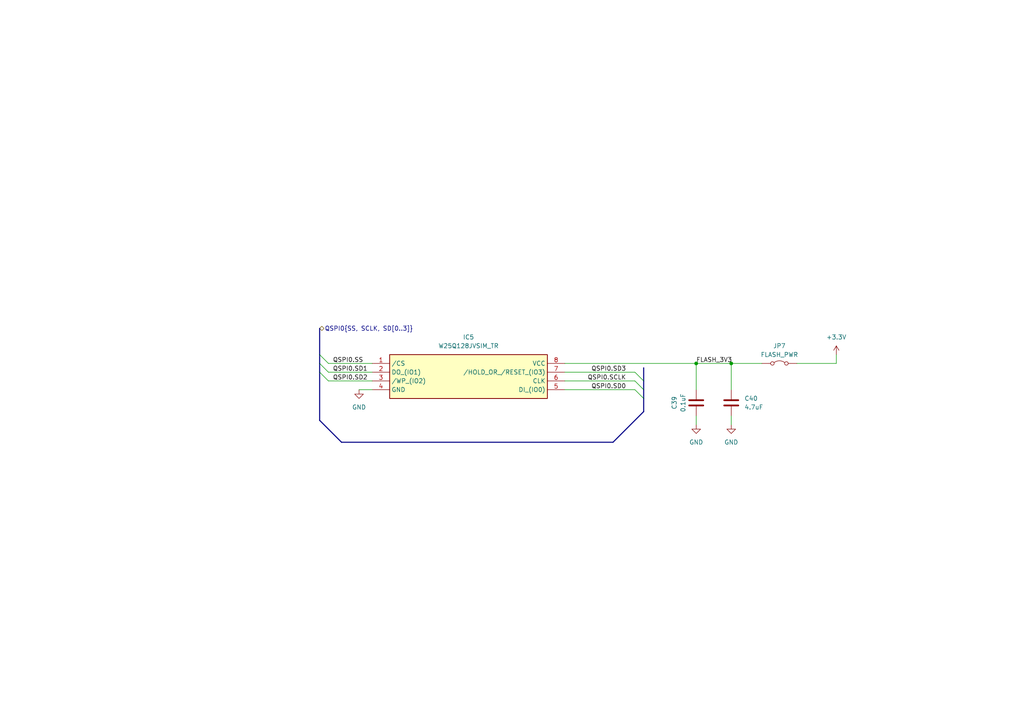
<source format=kicad_sch>
(kicad_sch (version 20250114) (generator "eeschema") (generator_version "9.0")
  (paper "A4")
  (lib_symbols
    (symbol "Device:C" (pin_numbers (hide yes)) (pin_names (offset 0.254))
      (property "Reference" "C" (at 0.635 2.54 0))
      (property "Value" "C" (at 0.635 -2.54 0))
      (symbol "C_0_1"
        (polyline (pts (xy -2.032 0.762) (xy 2.032 0.762)) (stroke (width 0.508)))
        (polyline (pts (xy -2.032 -0.762) (xy 2.032 -0.762)) (stroke (width 0.508)))
      )
      (symbol "C_1_1"
        (pin passive line (at 0 3.81 270) (length 2.794) (name "~") (number "1"))
        (pin passive line (at 0 -3.81 90) (length 2.794) (name "~") (number "2"))
      )
    )
    (symbol "Jumper:Jumper_2_Bridged" (pin_numbers (hide yes)) (pin_names (offset 0) (hide yes)) (exclude_from_sim yes)
      (property "Reference" "JP" (at 0 1.905 0))
      (property "Value" "Jumper_2_Bridged" (at 0 -2.54 0))
      (symbol "Jumper_2_Bridged_0_0"
        (circle (center -2.032 0) (radius 0.508))
        (circle (center 2.032 0) (radius 0.508))
      )
      (symbol "Jumper_2_Bridged_0_1"
        (arc (start -1.524 0.254) (mid 0 0.762) (end 1.524 0.254))
      )
      (symbol "Jumper_2_Bridged_1_1"
        (pin passive line (at -5.08 0 0) (length 2.54) (name "A") (number "1"))
        (pin passive line (at 5.08 0 180) (length 2.54) (name "B") (number "2"))
      )
    )
    (symbol "SamacSys_Parts:W25Q128JVSIM_TR"
      (property "Reference" "IC" (at 52.07 7.62 0))
      (property "Value" "W25Q128JVSIM_TR" (at 52.07 5.08 0))
      (symbol "W25Q128JVSIM_TR_1_1"
        (rectangle (start 5.08 2.54) (end 50.8 -10.16) (stroke (width 0.254)) (fill (type background)))
        (pin passive line (at 0 0 0) (length 5.08) (name "/CS") (number "1"))
        (pin passive line (at 0 -2.54 0) (length 5.08) (name "DO_(IO1)") (number "2"))
        (pin passive line (at 0 -5.08 0) (length 5.08) (name "/WP_(IO2)") (number "3"))
        (pin passive line (at 0 -7.62 0) (length 5.08) (name "GND") (number "4"))
        (pin passive line (at 55.88 0 180) (length 5.08) (name "VCC") (number "8"))
        (pin passive line (at 55.88 -2.54 180) (length 5.08) (name "/HOLD_OR_/RESET_(IO3)") (number "7"))
        (pin passive line (at 55.88 -5.08 180) (length 5.08) (name "CLK") (number "6"))
        (pin passive line (at 55.88 -7.62 180) (length 5.08) (name "DI_(IO0)") (number "5"))
      )
    )
    (symbol "power:+3.3V" (power) (pin_names (offset 0))
      (property "Value" "+3.3V" (at 0 3.556 0))
      (symbol "+3.3V_0_1"
        (polyline (pts (xy -0.762 1.27) (xy 0 2.54)))
        (polyline (pts (xy 0 2.54) (xy 0.762 1.27)))
        (polyline (pts (xy 0 0) (xy 0 2.54)))
      )
      (symbol "+3.3V_1_1"
        (pin power_in line (at 0 0 90) (length 0) (hide yes) (name "+3.3V") (number "1"))
      )
    )
    (symbol "power:GND" (power) (pin_names (offset 0))
      (property "Value" "GND" (at 0 -3.81 0))
      (symbol "GND_0_1"
        (polyline (pts (xy 0 0) (xy 0 -1.27) (xy 1.27 -1.27) (xy 0 -2.54) (xy -1.27 -1.27) (xy 0 -1.27)))
      )
      (symbol "GND_1_1"
        (pin power_in line (at 0 0 270) (length 0) (hide yes) (name "GND") (number "1"))
      )
    )
  )
  (junction (at 212.09 105.41))
  (junction (at 201.93 105.41))
  (bus_entry (at 92.71 105.41) (size 2.54 2.54))
  (bus_entry (at 92.71 102.87) (size 2.54 2.54))
  (bus_entry (at 186.69 115.57) (size -2.54 -2.54))
  (bus_entry (at 186.69 113.03) (size -2.54 -2.54))
  (bus_entry (at 186.69 110.49) (size -2.54 -2.54))
  (bus_entry (at 92.71 107.95) (size 2.54 2.54))
  (wire (pts (xy 242.57 105.41) (xy 242.57 102.87)))
  (wire (pts (xy 231.14 105.41) (xy 242.57 105.41)))
  (wire (pts (xy 163.83 110.49) (xy 184.15 110.49)))
  (bus (pts (xy 186.69 115.57) (xy 186.69 119.38)))
  (bus (pts (xy 186.69 113.03) (xy 186.69 115.57)))
  (bus (pts (xy 99.06 128.27) (xy 177.8 128.27)))
  (wire (pts (xy 163.83 113.03) (xy 184.15 113.03)))
  (wire (pts (xy 212.09 105.41) (xy 212.09 113.03)))
  (wire (pts (xy 212.09 120.65) (xy 212.09 123.19)))
  (bus (pts (xy 92.71 121.92) (xy 99.06 128.27)))
  (wire (pts (xy 212.09 105.41) (xy 220.98 105.41)))
  (bus (pts (xy 186.69 106.68) (xy 186.69 110.49)))
  (bus (pts (xy 92.71 95.25) (xy 92.71 102.87)))
  (wire (pts (xy 95.25 105.41) (xy 107.95 105.41)))
  (wire (pts (xy 201.93 105.41) (xy 201.93 113.03)))
  (wire (pts (xy 95.25 107.95) (xy 107.95 107.95)))
  (bus (pts (xy 92.71 102.87) (xy 92.71 105.41)))
  (bus (pts (xy 92.71 105.41) (xy 92.71 107.95)))
  (bus (pts (xy 177.8 128.27) (xy 186.69 119.38)))
  (bus (pts (xy 92.71 107.95) (xy 92.71 121.92)))
  (wire (pts (xy 163.83 105.41) (xy 201.93 105.41)))
  (wire (pts (xy 201.93 123.19) (xy 201.93 120.65)))
  (wire (pts (xy 163.83 107.95) (xy 184.15 107.95)))
  (wire (pts (xy 201.93 105.41) (xy 212.09 105.41)))
  (wire (pts (xy 107.95 113.03) (xy 104.14 113.03)))
  (wire (pts (xy 95.25 110.49) (xy 107.95 110.49)))
  (bus (pts (xy 186.69 110.49) (xy 186.69 113.03)))
  (label "QSPI0.SCLK" (at 181.61 110.49 180))
  (label "QSPI0.SD3" (at 181.61 107.95 180))
  (label "QSPI0.SD2" (at 96.52 110.49 0))
  (label "FLASH_3V3" (at 201.93 105.41 0))
  (label "QSPI0.SD0" (at 181.61 113.03 180))
  (label "QSPI0.SD1" (at 96.52 107.95 0))
  (label "QSPI0.SS" (at 96.52 105.41 0))
  (hierarchical_label "QSPI0{SS, SCLK, SD[0..3]}" (shape bidirectional) (at 92.71 95.25 0))
  (symbol (lib_id "power:+3.3V") (at 242.57 102.87 0) (unit 1)
    (property "Reference" "#PWR068" (effects (hide yes)))
    (property "Value" "+3.3V" (at 242.57 97.79 0))
  )
  (symbol (lib_id "power:GND") (at 212.09 123.19 0) (unit 1)
    (property "Reference" "#PWR070" (effects (hide yes)))
    (property "Value" "GND" (at 212.09 128.27 0))
  )
  (symbol (lib_id "Device:C") (at 201.93 116.84 0) (unit 1)
    (property "Reference" "C39" (at 195.58 116.84 90))
    (property "Value" "0.1uF" (at 198.12 116.84 90))
    (property "Footprint" "Capacitor_SMD:C_0402_1005Metric" (effects (hide yes)))
  )
  (symbol (lib_id "Jumper:Jumper_2_Bridged") (at 226.06 105.41 0) (unit 1) (exclude_from_sim yes)
    (property "Reference" "JP7" (at 226.06 100.33 0))
    (property "Value" "FLASH_PWR" (at 226.06 102.87 0))
    (property "Footprint" "CustomFootprints:BridgedJumper_P2.54mm" (effects (hide yes)))
    (property "Description" "Jumper, 2-pole, closed/bridged" (effects (hide yes)))
  )
  (symbol (lib_id "SamacSys_Parts:W25Q128JVSIM_TR") (at 107.95 105.41 0) (unit 1)
    (property "Reference" "IC5" (at 135.89 97.79 0))
    (property "Value" "W25Q128JVSIM_TR" (at 135.89 100.33 0))
    (property "Footprint" "SamacSys_Parts:SOIC127P790X216-8N" (effects (hide yes)))
    (property "Datasheet" "http://www.winbond.com/resource-files/w25q128jv%20dtr%20revb%2011042016.pdf" (effects (hide yes)))
    (property "Description" "3V 128M-BIT SERIAL FLASH MEMORY WITH DUAL/QUAD SPI & QPI & DTR" (effects (hide yes)))
    (property "Height" "2.16" (effects (hide yes)))
    (property "Mouser Part Number" "454-W25Q128JVSIMTR" (effects (hide yes)))
    (property "Mouser Price/Stock" "https://www.mouser.co.uk/ProductDetail/Winbond/W25Q128JVSIM-TR?qs=qSfuJ%252Bfl%2Fd6ji9IuruL6Zg%3D%3D" (effects (hide yes)))
    (property "Manufacturer_Name" "Winbond" (effects (hide yes)))
    (property "Manufacturer_Part_Number" "W25Q128JVSIM TR" (effects (hide yes)))
  )
  (symbol (lib_id "power:GND") (at 104.14 113.03 0) (unit 1)
    (property "Reference" "#PWR067" (effects (hide yes)))
    (property "Value" "GND" (at 104.14 118.11 0))
  )
  (symbol (lib_id "power:GND") (at 201.93 123.19 0) (unit 1)
    (property "Reference" "#PWR069" (effects (hide yes)))
    (property "Value" "GND" (at 201.93 128.27 0))
  )
  (symbol (lib_id "Device:C") (at 212.09 116.84 0) (mirror y) (unit 1)
    (property "Reference" "C40" (at 215.9 115.5699 0) (effects (justify right)))
    (property "Value" "4.7uF" (at 215.9 118.1099 0) (effects (justify right)))
    (property "Footprint" "Capacitor_SMD:C_0402_1005Metric" (effects (hide yes)))
    (property "Description" "Unpolarized capacitor" (effects (hide yes)))
  )
)
</source>
